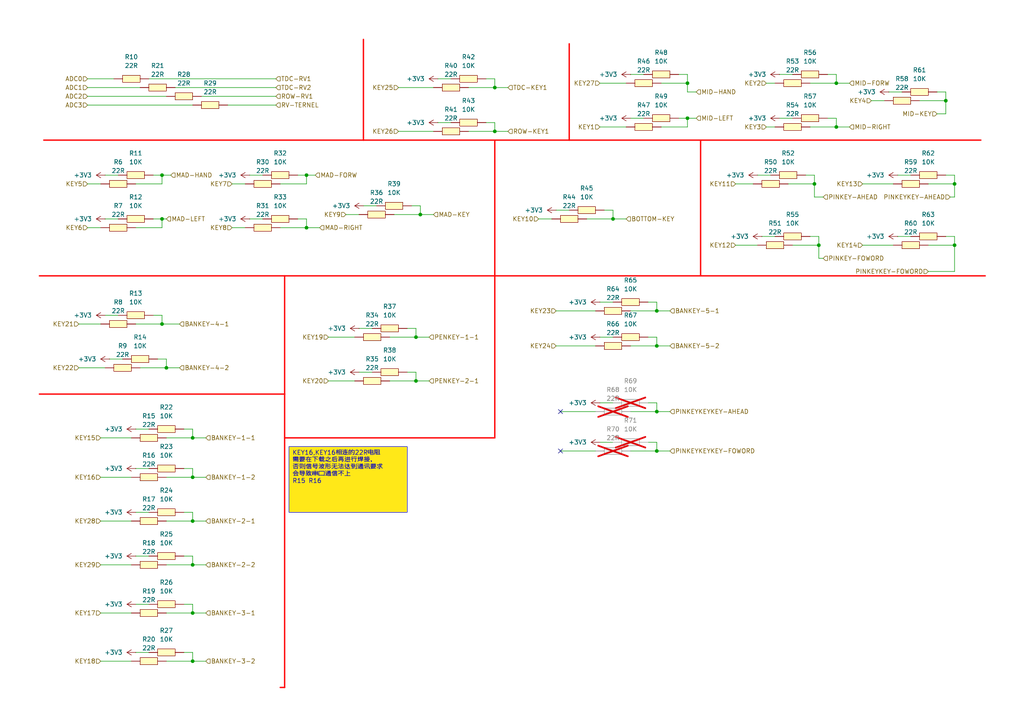
<source format=kicad_sch>
(kicad_sch (version 20231120) (generator "eeschema") (generator_version "8.0")
  (paper "A4")
  (lib_symbols
    (symbol "power:+3V3" (power) (pin_numbers hide) (pin_names (offset 0) hide)
      (property "Value" "+3V3" (at 0 3.556 0))
      (symbol "+3V3_0_1"
        (polyline (pts (xy -0.762 1.27) (xy 0 2.54)))
        (polyline (pts (xy 0 0) (xy 0 2.54)))
        (polyline (pts (xy 0 2.54) (xy 0.762 1.27)))
      )
      (symbol "+3V3_1_1"
        (pin power_in line (at 0 0 90) (length 0) (name "~") (number "1"))
      )
    )
    (symbol "self_no_source:0603R" (pin_numbers hide) (pin_names (offset 1.016) hide)
      (property "Reference" "R" (at -2.54 1.27 0))
      (property "Value" "0603R" (at -3.175 -3.175 0))
      (symbol "0603R_1_1"
        (rectangle (start -2.54 -1.016) (end 2.54 1.016) (fill (type background)))
        (pin passive line (at -5.08 0 0) (length 2.54) (name "1") (number "1"))
        (pin passive line (at 5.08 0 180) (length 2.54) (name "2") (number "2"))
      )
    )
  )
  (junction (at 276.86 53.34))
  (junction (at 55.88 191.77))
  (junction (at 55.88 138.43))
  (junction (at 46.99 63.5))
  (junction (at 120.65 97.79))
  (junction (at 276.86 71.12))
  (junction (at 190.5 90.17))
  (junction (at 46.99 50.8))
  (junction (at 55.88 177.8))
  (junction (at 48.26 106.68))
  (junction (at 120.65 110.49))
  (junction (at 242.57 36.83))
  (junction (at 55.88 127))
  (junction (at 143.51 25.4))
  (junction (at 236.22 53.34))
  (junction (at 121.92 62.23))
  (junction (at 190.5 119.38))
  (junction (at 274.32 29.21))
  (junction (at 88.9 50.8))
  (junction (at 55.88 151.13))
  (junction (at 177.8 63.5))
  (junction (at 242.57 24.13))
  (junction (at 55.88 163.83))
  (junction (at 143.51 38.1))
  (junction (at 237.49 71.12))
  (junction (at 46.99 93.98))
  (junction (at 190.5 100.33))
  (junction (at 199.39 34.29))
  (junction (at 190.5 130.81))
  (junction (at 88.9 66.04))
  (junction (at 199.39 24.13))
  (no_connect (at 162.56 130.81))
  (no_connect (at 162.56 119.38))
  (wire (pts (xy 88.9 66.04) (xy 88.9 63.5)))
  (wire (pts (xy 220.98 68.58) (xy 224.79 68.58)))
  (polyline (pts (xy 165.1 40.64) (xy 284.48 40.64)) (stroke (width 0.4) (color 255 8 10 1)))
  (wire (pts (xy 213.36 53.34) (xy 218.44 53.34)))
  (wire (pts (xy 276.86 57.15) (xy 275.59 57.15)))
  (wire (pts (xy 46.99 93.98) (xy 46.99 91.44)))
  (wire (pts (xy 48.26 177.8) (xy 55.88 177.8)))
  (wire (pts (xy 190.5 90.17) (xy 190.5 87.63)))
  (wire (pts (xy 55.88 124.46) (xy 53.34 124.46)))
  (wire (pts (xy 161.29 100.33) (xy 172.72 100.33)))
  (wire (pts (xy 30.48 50.8) (xy 34.29 50.8)))
  (wire (pts (xy 276.86 71.12) (xy 276.86 68.58)))
  (wire (pts (xy 170.18 63.5) (xy 177.8 63.5)))
  (wire (pts (xy 228.6 53.34) (xy 236.22 53.34)))
  (wire (pts (xy 182.88 34.29) (xy 186.69 34.29)))
  (wire (pts (xy 172.72 119.38) (xy 162.56 119.38)))
  (polyline (pts (xy 203.2 80.01) (xy 285.75 80.01)) (stroke (width 0.4) (color 255 8 10 1)))
  (wire (pts (xy 66.04 30.48) (xy 80.01 30.48)))
  (wire (pts (xy 143.51 25.4) (xy 147.32 25.4)))
  (wire (pts (xy 120.65 110.49) (xy 120.65 107.95)))
  (wire (pts (xy 236.22 57.15) (xy 236.22 53.34)))
  (wire (pts (xy 39.37 124.46) (xy 43.18 124.46)))
  (wire (pts (xy 43.18 22.86) (xy 80.01 22.86)))
  (wire (pts (xy 39.37 53.34) (xy 46.99 53.34)))
  (wire (pts (xy 226.06 34.29) (xy 229.87 34.29)))
  (wire (pts (xy 55.88 163.83) (xy 55.88 161.29)))
  (wire (pts (xy 127 22.86) (xy 130.81 22.86)))
  (wire (pts (xy 121.92 62.23) (xy 121.92 59.69)))
  (wire (pts (xy 55.88 177.8) (xy 55.88 175.26)))
  (wire (pts (xy 88.9 50.8) (xy 86.36 50.8)))
  (wire (pts (xy 250.19 53.34) (xy 259.08 53.34)))
  (wire (pts (xy 182.88 100.33) (xy 190.5 100.33)))
  (wire (pts (xy 173.99 97.79) (xy 177.8 97.79)))
  (wire (pts (xy 58.42 27.94) (xy 80.01 27.94)))
  (wire (pts (xy 88.9 50.8) (xy 91.44 50.8)))
  (wire (pts (xy 48.26 106.68) (xy 48.26 104.14)))
  (wire (pts (xy 39.37 189.23) (xy 43.18 189.23)))
  (wire (pts (xy 25.4 27.94) (xy 48.26 27.94)))
  (wire (pts (xy 234.95 36.83) (xy 242.57 36.83)))
  (wire (pts (xy 177.8 60.96) (xy 175.26 60.96)))
  (wire (pts (xy 115.57 38.1) (xy 125.73 38.1)))
  (wire (pts (xy 55.88 163.83) (xy 59.69 163.83)))
  (wire (pts (xy 276.86 78.74) (xy 269.24 78.74)))
  (wire (pts (xy 143.51 38.1) (xy 147.32 38.1)))
  (wire (pts (xy 182.88 21.59) (xy 186.69 21.59)))
  (wire (pts (xy 213.36 71.12) (xy 219.71 71.12)))
  (wire (pts (xy 39.37 93.98) (xy 46.99 93.98)))
  (wire (pts (xy 242.57 36.83) (xy 242.57 34.29)))
  (polyline (pts (xy 165.1 12.7) (xy 165.1 40.64)) (stroke (width 0.4) (color 255 8 10 1)))
  (wire (pts (xy 55.88 138.43) (xy 55.88 135.89)))
  (wire (pts (xy 274.32 33.02) (xy 274.32 29.21)))
  (wire (pts (xy 190.5 87.63) (xy 187.96 87.63)))
  (wire (pts (xy 95.25 110.49) (xy 102.87 110.49)))
  (wire (pts (xy 31.75 104.14) (xy 35.56 104.14)))
  (wire (pts (xy 39.37 161.29) (xy 43.18 161.29)))
  (wire (pts (xy 236.22 50.8) (xy 233.68 50.8)))
  (wire (pts (xy 121.92 59.69) (xy 119.38 59.69)))
  (wire (pts (xy 242.57 21.59) (xy 240.03 21.59)))
  (wire (pts (xy 40.64 106.68) (xy 48.26 106.68)))
  (wire (pts (xy 266.7 29.21) (xy 274.32 29.21)))
  (wire (pts (xy 143.51 35.56) (xy 140.97 35.56)))
  (wire (pts (xy 29.21 138.43) (xy 38.1 138.43)))
  (wire (pts (xy 120.65 97.79) (xy 120.65 95.25)))
  (wire (pts (xy 105.41 59.69) (xy 109.22 59.69)))
  (wire (pts (xy 25.4 66.04) (xy 29.21 66.04)))
  (polyline (pts (xy 11.43 114.3) (xy 82.55 114.3)) (stroke (width 0.4) (color 255 8 10 1)))
  (wire (pts (xy 55.88 175.26) (xy 53.34 175.26)))
  (wire (pts (xy 39.37 135.89) (xy 43.18 135.89)))
  (wire (pts (xy 135.89 25.4) (xy 143.51 25.4)))
  (wire (pts (xy 237.49 74.93) (xy 237.49 71.12)))
  (wire (pts (xy 95.25 97.79) (xy 102.87 97.79)))
  (polyline (pts (xy 143.51 40.64) (xy 143.51 80.01)) (stroke (width 0.4) (color 255 8 10 1)))
  (wire (pts (xy 237.49 71.12) (xy 237.49 68.58)))
  (wire (pts (xy 242.57 34.29) (xy 240.03 34.29)))
  (wire (pts (xy 25.4 22.86) (xy 33.02 22.86)))
  (wire (pts (xy 39.37 148.59) (xy 43.18 148.59)))
  (polyline (pts (xy 203.2 80.01) (xy 203.2 40.64)) (stroke (width 0.4) (color 255 8 10 1)))
  (wire (pts (xy 104.14 107.95) (xy 107.95 107.95)))
  (polyline (pts (xy 12.7 40.64) (xy 105.41 40.64)) (stroke (width 0.4) (color 255 8 10 1)))
  (wire (pts (xy 252.73 29.21) (xy 256.54 29.21)))
  (wire (pts (xy 113.03 97.79) (xy 120.65 97.79)))
  (wire (pts (xy 30.48 63.5) (xy 34.29 63.5)))
  (wire (pts (xy 22.86 93.98) (xy 29.21 93.98)))
  (wire (pts (xy 39.37 66.04) (xy 46.99 66.04)))
  (wire (pts (xy 25.4 53.34) (xy 29.21 53.34)))
  (wire (pts (xy 182.88 90.17) (xy 190.5 90.17)))
  (wire (pts (xy 190.5 119.38) (xy 194.31 119.38)))
  (wire (pts (xy 191.77 24.13) (xy 199.39 24.13)))
  (wire (pts (xy 46.99 50.8) (xy 46.99 53.34)))
  (wire (pts (xy 274.32 26.67) (xy 271.78 26.67)))
  (wire (pts (xy 46.99 50.8) (xy 49.53 50.8)))
  (wire (pts (xy 115.57 25.4) (xy 125.73 25.4)))
  (wire (pts (xy 120.65 107.95) (xy 118.11 107.95)))
  (wire (pts (xy 81.28 66.04) (xy 88.9 66.04)))
  (wire (pts (xy 55.88 135.89) (xy 53.34 135.89)))
  (wire (pts (xy 67.31 66.04) (xy 71.12 66.04)))
  (wire (pts (xy 46.99 50.8) (xy 44.45 50.8)))
  (wire (pts (xy 100.33 62.23) (xy 104.14 62.23)))
  (wire (pts (xy 46.99 93.98) (xy 52.07 93.98)))
  (wire (pts (xy 143.51 22.86) (xy 140.97 22.86)))
  (wire (pts (xy 260.35 50.8) (xy 264.16 50.8)))
  (wire (pts (xy 127 35.56) (xy 130.81 35.56)))
  (wire (pts (xy 46.99 66.04) (xy 46.99 63.5)))
  (wire (pts (xy 55.88 161.29) (xy 53.34 161.29)))
  (wire (pts (xy 30.48 91.44) (xy 34.29 91.44)))
  (wire (pts (xy 199.39 34.29) (xy 199.39 36.83)))
  (wire (pts (xy 72.39 50.8) (xy 76.2 50.8)))
  (wire (pts (xy 143.51 38.1) (xy 143.51 35.56)))
  (wire (pts (xy 29.21 163.83) (xy 38.1 163.83)))
  (wire (pts (xy 190.5 100.33) (xy 190.5 97.79)))
  (wire (pts (xy 190.5 130.81) (xy 190.5 128.27)))
  (wire (pts (xy 55.88 191.77) (xy 59.69 191.77)))
  (wire (pts (xy 190.5 128.27) (xy 187.96 128.27)))
  (wire (pts (xy 48.26 151.13) (xy 55.88 151.13)))
  (wire (pts (xy 162.56 130.81) (xy 172.72 130.81)))
  (wire (pts (xy 199.39 34.29) (xy 201.93 34.29)))
  (wire (pts (xy 88.9 50.8) (xy 88.9 53.34)))
  (wire (pts (xy 276.86 50.8) (xy 274.32 50.8)))
  (wire (pts (xy 199.39 34.29) (xy 196.85 34.29)))
  (wire (pts (xy 276.86 68.58) (xy 274.32 68.58)))
  (wire (pts (xy 173.99 128.27) (xy 177.8 128.27)))
  (wire (pts (xy 48.26 104.14) (xy 45.72 104.14)))
  (wire (pts (xy 199.39 21.59) (xy 196.85 21.59)))
  (wire (pts (xy 48.26 138.43) (xy 55.88 138.43)))
  (polyline (pts (xy 82.55 127) (xy 143.51 127)) (stroke (width 0.4) (color 255 8 10 1)))
  (wire (pts (xy 237.49 74.93) (xy 238.76 74.93)))
  (wire (pts (xy 48.26 106.68) (xy 52.07 106.68)))
  (wire (pts (xy 199.39 26.67) (xy 201.93 26.67)))
  (polyline (pts (xy 81.28 199.39) (xy 82.55 199.39)) (stroke (width 0.4) (color 255 8 10 1)))
  (wire (pts (xy 173.99 36.83) (xy 181.61 36.83)))
  (polyline (pts (xy 105.41 11.43) (xy 105.41 40.64)) (stroke (width 0.4) (color 255 8 10 1)))
  (wire (pts (xy 72.39 63.5) (xy 76.2 63.5)))
  (wire (pts (xy 190.5 130.81) (xy 194.31 130.81)))
  (wire (pts (xy 55.88 189.23) (xy 53.34 189.23)))
  (wire (pts (xy 173.99 24.13) (xy 181.61 24.13)))
  (wire (pts (xy 48.26 191.77) (xy 55.88 191.77)))
  (wire (pts (xy 238.76 57.15) (xy 236.22 57.15)))
  (wire (pts (xy 120.65 97.79) (xy 124.46 97.79)))
  (wire (pts (xy 173.99 87.63) (xy 177.8 87.63)))
  (wire (pts (xy 257.81 26.67) (xy 261.62 26.67)))
  (wire (pts (xy 260.35 68.58) (xy 264.16 68.58)))
  (wire (pts (xy 46.99 91.44) (xy 44.45 91.44)))
  (wire (pts (xy 234.95 24.13) (xy 242.57 24.13)))
  (wire (pts (xy 199.39 26.67) (xy 199.39 24.13)))
  (wire (pts (xy 48.26 163.83) (xy 55.88 163.83)))
  (wire (pts (xy 113.03 110.49) (xy 120.65 110.49)))
  (wire (pts (xy 222.25 36.83) (xy 224.79 36.83)))
  (wire (pts (xy 236.22 53.34) (xy 236.22 50.8)))
  (wire (pts (xy 135.89 38.1) (xy 143.51 38.1)))
  (wire (pts (xy 269.24 71.12) (xy 276.86 71.12)))
  (wire (pts (xy 190.5 119.38) (xy 190.5 116.84)))
  (polyline (pts (xy 143.51 80.01) (xy 203.2 80.01)) (stroke (width 0.4) (color 255 8 10 1)))
  (polyline (pts (xy 11.43 80.01) (xy 143.51 80.01)) (stroke (width 0.4) (color 255 8 10 1)))
  (wire (pts (xy 242.57 36.83) (xy 246.38 36.83)))
  (wire (pts (xy 191.77 36.83) (xy 199.39 36.83)))
  (wire (pts (xy 81.28 53.34) (xy 88.9 53.34)))
  (wire (pts (xy 156.21 63.5) (xy 160.02 63.5)))
  (wire (pts (xy 114.3 62.23) (xy 121.92 62.23)))
  (wire (pts (xy 67.31 53.34) (xy 71.12 53.34)))
  (wire (pts (xy 55.88 127) (xy 55.88 124.46)))
  (wire (pts (xy 269.24 53.34) (xy 276.86 53.34)))
  (polyline (pts (xy 82.55 114.3) (xy 82.55 199.39)) (stroke (width 0.4) (color 255 8 10 1)))
  (wire (pts (xy 22.86 106.68) (xy 30.48 106.68)))
  (wire (pts (xy 274.32 29.21) (xy 274.32 26.67)))
  (wire (pts (xy 55.88 151.13) (xy 59.69 151.13)))
  (wire (pts (xy 242.57 24.13) (xy 246.38 24.13)))
  (wire (pts (xy 121.92 62.23) (xy 125.73 62.23)))
  (wire (pts (xy 250.19 71.12) (xy 259.08 71.12)))
  (wire (pts (xy 88.9 66.04) (xy 92.71 66.04)))
  (wire (pts (xy 161.29 90.17) (xy 172.72 90.17)))
  (wire (pts (xy 182.88 130.81) (xy 190.5 130.81)))
  (wire (pts (xy 276.86 57.15) (xy 276.86 53.34)))
  (wire (pts (xy 274.32 33.02) (xy 271.78 33.02)))
  (wire (pts (xy 55.88 191.77) (xy 55.88 189.23)))
  (wire (pts (xy 29.21 191.77) (xy 38.1 191.77)))
  (polyline (pts (xy 105.41 40.64) (xy 165.1 40.64)) (stroke (width 0.4) (color 255 8 10 1)))
  (wire (pts (xy 242.57 24.13) (xy 242.57 21.59)))
  (wire (pts (xy 55.88 148.59) (xy 53.34 148.59)))
  (wire (pts (xy 120.65 95.25) (xy 118.11 95.25)))
  (wire (pts (xy 29.21 151.13) (xy 38.1 151.13)))
  (wire (pts (xy 219.71 50.8) (xy 223.52 50.8)))
  (wire (pts (xy 222.25 24.13) (xy 224.79 24.13)))
  (wire (pts (xy 226.06 21.59) (xy 229.87 21.59)))
  (wire (pts (xy 182.88 119.38) (xy 190.5 119.38)))
  (wire (pts (xy 50.8 25.4) (xy 80.01 25.4)))
  (wire (pts (xy 29.21 177.8) (xy 38.1 177.8)))
  (wire (pts (xy 48.26 127) (xy 55.88 127)))
  (polyline (pts (xy 82.55 80.01) (xy 82.55 114.3)) (stroke (width 0.4) (color 255 8 10 1)))
  (wire (pts (xy 39.37 175.26) (xy 43.18 175.26)))
  (wire (pts (xy 237.49 68.58) (xy 234.95 68.58)))
  (wire (pts (xy 276.86 53.34) (xy 276.86 50.8)))
  (wire (pts (xy 143.51 25.4) (xy 143.51 22.86)))
  (wire (pts (xy 276.86 78.74) (xy 276.86 71.12)))
  (wire (pts (xy 173.99 116.84) (xy 177.8 116.84)))
  (wire (pts (xy 190.5 97.79) (xy 187.96 97.79)))
  (wire (pts (xy 177.8 63.5) (xy 177.8 60.96)))
  (wire (pts (xy 55.88 177.8) (xy 59.69 177.8)))
  (wire (pts (xy 46.99 63.5) (xy 44.45 63.5)))
  (wire (pts (xy 190.5 116.84) (xy 187.96 116.84)))
  (polyline (pts (xy 143.51 127) (xy 143.51 80.01)) (stroke (width 0.4) (color 255 8 10 1)))
  (wire (pts (xy 29.21 127) (xy 38.1 127)))
  (wire (pts (xy 229.87 71.12) (xy 237.49 71.12)))
  (wire (pts (xy 199.39 24.13) (xy 199.39 21.59)))
  (wire (pts (xy 120.65 110.49) (xy 124.46 110.49)))
  (wire (pts (xy 161.29 60.96) (xy 165.1 60.96)))
  (wire (pts (xy 55.88 127) (xy 59.69 127)))
  (wire (pts (xy 55.88 138.43) (xy 59.69 138.43)))
  (wire (pts (xy 177.8 63.5) (xy 181.61 63.5)))
  (wire (pts (xy 190.5 100.33) (xy 194.31 100.33)))
  (wire (pts (xy 46.99 63.5) (xy 48.26 63.5)))
  (wire (pts (xy 25.4 30.48) (xy 55.88 30.48)))
  (wire (pts (xy 55.88 151.13) (xy 55.88 148.59)))
  (wire (pts (xy 88.9 63.5) (xy 86.36 63.5)))
  (wire (pts (xy 104.14 95.25) (xy 107.95 95.25)))
  (wire (pts (xy 25.4 25.4) (xy 40.64 25.4)))
  (wire (pts (xy 190.5 90.17) (xy 194.31 90.17)))
  (text_box "KEY16,KEY16相连的22R电阻\n需要在下载之后再进行焊接，\n否则信号波形无法达到通讯要求\n会导致串口通信不上\nR15 R16" (at 83.82 129.54 0) (size 34.29 19.05) (fill (type color) (color 255 232 24 1)) (effects (font (size 1.27 1.27)) (justify left top)))
  (hierarchical_label "MID-HAND" (shape input) (at 201.93 26.67 0))
  (hierarchical_label "KEY19" (shape input) (at 95.25 97.79 180))
  (hierarchical_label "MID-FORW" (shape input) (at 246.38 24.13 0))
  (hierarchical_label "KEY7" (shape input) (at 67.31 53.34 180))
  (hierarchical_label "KEY29" (shape input) (at 29.21 163.83 180))
  (hierarchical_label "KEY1" (shape input) (at 173.99 36.83 180))
  (hierarchical_label "PINKEYKEY-FOWORD" (shape input) (at 269.24 78.74 180))
  (hierarchical_label "KEY14" (shape input) (at 250.19 71.12 180))
  (hierarchical_label "MAD-KEY" (shape input) (at 125.73 62.23 0))
  (hierarchical_label "TDC-RV2" (shape input) (at 80.01 25.4 0))
  (hierarchical_label "KEY24" (shape input) (at 161.29 100.33 180))
  (hierarchical_label "KEY17" (shape input) (at 29.21 177.8 180))
  (hierarchical_label "PINKEY-AHEAD" (shape input) (at 238.76 57.15 0))
  (hierarchical_label "ROW-KEY1" (shape input) (at 147.32 38.1 0))
  (hierarchical_label "BANKEY-1-1" (shape input) (at 59.69 127 0))
  (hierarchical_label "BANKEY-2-1" (shape input) (at 59.69 151.13 0))
  (hierarchical_label "MAD-LEFT" (shape input) (at 48.26 63.5 0))
  (hierarchical_label "BANKEY-4-1" (shape input) (at 52.07 93.98 0))
  (hierarchical_label "BANKEY-5-1" (shape input) (at 194.31 90.17 0))
  (hierarchical_label "MAD-HAND" (shape input) (at 49.53 50.8 0))
  (hierarchical_label "ADC2" (shape input) (at 25.4 27.94 180))
  (hierarchical_label "BANKEY-3-2" (shape input) (at 59.69 191.77 0))
  (hierarchical_label "KEY9" (shape input) (at 100.33 62.23 180))
  (hierarchical_label "KEY2" (shape input) (at 222.25 24.13 180))
  (hierarchical_label "KEY21" (shape input) (at 22.86 93.98 180))
  (hierarchical_label "KEY3" (shape input) (at 222.25 36.83 180))
  (hierarchical_label "BANKEY-5-2" (shape input) (at 194.31 100.33 0))
  (hierarchical_label "KEY12" (shape input) (at 213.36 71.12 180))
  (hierarchical_label "BOTTOM-KEY" (shape input) (at 181.61 63.5 0))
  (hierarchical_label "KEY5" (shape input) (at 25.4 53.34 180))
  (hierarchical_label "RV-TERNEL" (shape input) (at 80.01 30.48 0))
  (hierarchical_label "KEY11" (shape input) (at 213.36 53.34 180))
  (hierarchical_label "TDC-KEY1" (shape input) (at 147.32 25.4 0))
  (hierarchical_label "KEY20" (shape input) (at 95.25 110.49 180))
  (hierarchical_label "MID-RIGHT" (shape input) (at 246.38 36.83 0))
  (hierarchical_label "BANKEY-3-1" (shape input) (at 59.69 177.8 0))
  (hierarchical_label "KEY10" (shape input) (at 156.21 63.5 180))
  (hierarchical_label "PENKEY-2-1" (shape input) (at 124.46 110.49 0))
  (hierarchical_label "KEY18" (shape input) (at 29.21 191.77 180))
  (hierarchical_label "KEY16" (shape input) (at 29.21 138.43 180))
  (hierarchical_label "PENKEY-1-1" (shape input) (at 124.46 97.79 0))
  (hierarchical_label "ADC1" (shape input) (at 25.4 25.4 180))
  (hierarchical_label "KEY27" (shape input) (at 173.99 24.13 180))
  (hierarchical_label "TDC-RV1" (shape input) (at 80.01 22.86 0))
  (hierarchical_label "BANKEY-4-2" (shape input) (at 52.07 106.68 0))
  (hierarchical_label "KEY23" (shape input) (at 161.29 90.17 180))
  (hierarchical_label "KEY25" (shape input) (at 115.57 25.4 180))
  (hierarchical_label "MID-KEY" (shape input) (at 271.78 33.02 180))
  (hierarchical_label "KEY13" (shape input) (at 250.19 53.34 180))
  (hierarchical_label "KEY6" (shape input) (at 25.4 66.04 180))
  (hierarchical_label "MAD-RIGHT" (shape input) (at 92.71 66.04 0))
  (hierarchical_label "KEY4" (shape input) (at 252.73 29.21 180))
  (hierarchical_label "PINKEY-FOWORD" (shape input) (at 238.76 74.93 0))
  (hierarchical_label "ADC0" (shape input) (at 25.4 22.86 180))
  (hierarchical_label "KEY28" (shape input) (at 29.21 151.13 180))
  (hierarchical_label "PINKEYKEY-AHEAD" (shape input) (at 275.59 57.15 180))
  (hierarchical_label "ROW-RV1" (shape input) (at 80.01 27.94 0))
  (hierarchical_label "KEY8" (shape input) (at 67.31 66.04 180))
  (hierarchical_label "MAD-FORW" (shape input) (at 91.44 50.8 0))
  (hierarchical_label "PINKEYKEYKEY-FOWORD" (shape input) (at 194.31 130.81 0))
  (hierarchical_label "MID-LEFT" (shape input) (at 201.93 34.29 0))
  (hierarchical_label "KEY15" (shape input) (at 29.21 127 180))
  (hierarchical_label "PINKEYKEYKEY-AHEAD" (shape input) (at 194.31 119.38 0))
  (hierarchical_label "BANKEY-2-2" (shape input) (at 59.69 163.83 0))
  (hierarchical_label "KEY26" (shape input) (at 115.57 38.1 180))
  (hierarchical_label "BANKEY-1-2" (shape input) (at 59.69 138.43 0))
  (hierarchical_label "KEY22" (shape input) (at 22.86 106.68 180))
  (hierarchical_label "ADC3" (shape input) (at 25.4 30.48 180))
  (symbol (lib_id "self_no_source:0603R") (at 264.16 71.12 0) (unit 1)
    (property "Reference" "R60" (at 264.16 64.77 0))
    (property "Value" "22R" (at 264.16 67.31 0))
    (property "Footprint" "self-mod:0603_R" (effects (hide yes)))
    (property "Datasheet" "http://www.szlcsc.com/product/details_21903.html" (effects (hide yes)))
    (property "Description" "RES" (effects (hide yes)))
  )
  (symbol (lib_id "self_no_source:0603R") (at 186.69 36.83 0) (unit 1)
    (property "Reference" "R47" (at 186.69 30.48 0))
    (property "Value" "22R" (at 186.69 33.02 0))
    (property "Footprint" "self-mod:0603_R" (effects (hide yes)))
    (property "Datasheet" "http://www.szlcsc.com/product/details_21903.html" (effects (hide yes)))
    (property "Description" "RES" (effects (hide yes)))
  )
  (symbol (lib_id "self_no_source:0603R") (at 229.87 36.83 0) (unit 1)
    (property "Reference" "R54" (at 229.87 30.48 0))
    (property "Value" "22R" (at 229.87 33.02 0))
    (property "Footprint" "self-mod:0603_R" (effects (hide yes)))
    (property "Datasheet" "http://www.szlcsc.com/product/details_21903.html" (effects (hide yes)))
    (property "Description" "RES" (effects (hide yes)))
  )
  (symbol (lib_id "power:+3V3") (at 182.88 34.29 90) (unit 1)
    (property "Reference" "#PWR069" (effects (hide yes)))
    (property "Value" "+3V3" (at 179.07 34.2899 90) (effects (justify left)))
    (property "Description" "Power symbol creates a global label with name \"+3V3\"" (effects (hide yes)))
  )
  (symbol (lib_id "self_no_source:0603R") (at 43.18 127 0) (unit 1)
    (property "Reference" "R15" (at 43.18 120.65 0))
    (property "Value" "22R" (at 43.18 123.19 0))
    (property "Footprint" "self-mod:0603_R" (effects (hide yes)))
    (property "Datasheet" "http://www.szlcsc.com/product/details_21903.html" (effects (hide yes)))
    (property "Description" "RES" (effects (hide yes)))
  )
  (symbol (lib_id "self_no_source:0603R") (at 39.37 63.5 0) (unit 1)
    (property "Reference" "R12" (at 39.37 57.15 0))
    (property "Value" "10K" (at 39.37 59.69 0))
    (property "Footprint" "self-mod:0603_R" (effects (hide yes)))
    (property "Datasheet" "http://www.szlcsc.com/product/details_21903.html" (effects (hide yes)))
    (property "Description" "RES" (effects (hide yes)))
  )
  (symbol (lib_id "power:+3V3") (at 173.99 128.27 90) (unit 1)
    (property "Reference" "#PWR080" (effects (hide yes)))
    (property "Value" "+3V3" (at 170.18 128.2699 90) (effects (justify left)))
    (property "Description" "Power symbol creates a global label with name \"+3V3\"" (effects (hide yes)))
  )
  (symbol (lib_id "power:+3V3") (at 226.06 34.29 90) (unit 1)
    (property "Reference" "#PWR073" (effects (hide yes)))
    (property "Value" "+3V3" (at 222.25 34.2899 90) (effects (justify left)))
    (property "Description" "Power symbol creates a global label with name \"+3V3\"" (effects (hide yes)))
  )
  (symbol (lib_id "self_no_source:0603R") (at 107.95 97.79 0) (unit 1)
    (property "Reference" "R34" (at 107.95 91.44 0))
    (property "Value" "22R" (at 107.95 93.98 0))
    (property "Footprint" "self-mod:0603_R" (effects (hide yes)))
    (property "Datasheet" "http://www.szlcsc.com/product/details_21903.html" (effects (hide yes)))
    (property "Description" "RES" (effects (hide yes)))
  )
  (symbol (lib_id "self_no_source:0603R") (at 113.03 107.95 0) (unit 1)
    (property "Reference" "R38" (at 113.03 101.6 0))
    (property "Value" "10K" (at 113.03 104.14 0))
    (property "Footprint" "self-mod:0603_R" (effects (hide yes)))
    (property "Datasheet" "http://www.szlcsc.com/product/details_21903.html" (effects (hide yes)))
    (property "Description" "RES" (effects (hide yes)))
  )
  (symbol (lib_id "self_no_source:0603R") (at 53.34 27.94 180) (unit 1)
    (property "Reference" "R28" (at 53.34 21.59 0))
    (property "Value" "22R" (at 53.34 24.13 0))
    (property "Footprint" "self-mod:0603_R" (effects (hide yes)))
    (property "Datasheet" "http://www.szlcsc.com/product/details_21903.html" (effects (hide yes)))
    (property "Description" "RES" (effects (hide yes)))
  )
  (symbol (lib_id "self_no_source:0603R") (at 109.22 62.23 0) (unit 1)
    (property "Reference" "R36" (at 109.22 55.88 0))
    (property "Value" "22R" (at 109.22 58.42 0))
    (property "Footprint" "self-mod:0603_R" (effects (hide yes)))
    (property "Datasheet" "http://www.szlcsc.com/product/details_21903.html" (effects (hide yes)))
    (property "Description" "RES" (effects (hide yes)))
  )
  (symbol (lib_id "self_no_source:0603R") (at 34.29 53.34 0) (unit 1)
    (property "Reference" "R6" (at 34.29 46.99 0))
    (property "Value" "22R" (at 34.29 49.53 0))
    (property "Footprint" "self-mod:0603_R" (effects (hide yes)))
    (property "Datasheet" "http://www.szlcsc.com/product/details_21903.html" (effects (hide yes)))
    (property "Description" "RES" (effects (hide yes)))
  )
  (symbol (lib_id "self_no_source:0603R") (at 182.88 128.27 0) (unit 1) (in_bom no) (dnp yes)
    (property "Reference" "R71" (at 182.88 121.92 0))
    (property "Value" "10K" (at 182.88 124.46 0))
    (property "Footprint" "self-mod:0603_R" (effects (hide yes)))
    (property "Datasheet" "http://www.szlcsc.com/product/details_21903.html" (effects (hide yes)))
    (property "Description" "RES" (effects (hide yes)))
  )
  (symbol (lib_id "power:+3V3") (at 219.71 50.8 90) (unit 1)
    (property "Reference" "#PWR070" (effects (hide yes)))
    (property "Value" "+3V3" (at 215.9 50.7999 90) (effects (justify left)))
    (property "Description" "Power symbol creates a global label with name \"+3V3\"" (effects (hide yes)))
  )
  (symbol (lib_id "self_no_source:0603R") (at 266.7 26.67 0) (unit 1)
    (property "Reference" "R61" (at 266.7 20.32 0))
    (property "Value" "10K" (at 266.7 22.86 0))
    (property "Footprint" "self-mod:0603_R" (effects (hide yes)))
    (property "Datasheet" "http://www.szlcsc.com/product/details_21903.html" (effects (hide yes)))
    (property "Description" "RES" (effects (hide yes)))
  )
  (symbol (lib_id "self_no_source:0603R") (at 165.1 63.5 0) (unit 1)
    (property "Reference" "R44" (at 165.1 57.15 0))
    (property "Value" "22R" (at 165.1 59.69 0))
    (property "Footprint" "self-mod:0603_R" (effects (hide yes)))
    (property "Datasheet" "http://www.szlcsc.com/product/details_21903.html" (effects (hide yes)))
    (property "Description" "RES" (effects (hide yes)))
  )
  (symbol (lib_id "power:+3V3") (at 173.99 87.63 90) (unit 1)
    (property "Reference" "#PWR077" (effects (hide yes)))
    (property "Value" "+3V3" (at 170.18 87.6299 90) (effects (justify left)))
    (property "Description" "Power symbol creates a global label with name \"+3V3\"" (effects (hide yes)))
  )
  (symbol (lib_id "self_no_source:0603R") (at 228.6 50.8 0) (unit 1)
    (property "Reference" "R52" (at 228.6 44.45 0))
    (property "Value" "10K" (at 228.6 46.99 0))
    (property "Footprint" "self-mod:0603_R" (effects (hide yes)))
    (property "Datasheet" "http://www.szlcsc.com/product/details_21903.html" (effects (hide yes)))
    (property "Description" "RES" (effects (hide yes)))
  )
  (symbol (lib_id "power:+3V3") (at 30.48 50.8 90) (unit 1)
    (property "Reference" "#PWR050" (effects (hide yes)))
    (property "Value" "+3V3" (at 26.67 50.7999 90) (effects (justify left)))
    (property "Description" "Power symbol creates a global label with name \"+3V3\"" (effects (hide yes)))
  )
  (symbol (lib_id "power:+3V3") (at 39.37 124.46 90) (unit 1)
    (property "Reference" "#PWR054" (effects (hide yes)))
    (property "Value" "+3V3" (at 35.56 124.4599 90) (effects (justify left)))
    (property "Description" "Power symbol creates a global label with name \"+3V3\"" (effects (hide yes)))
  )
  (symbol (lib_id "self_no_source:0603R") (at 43.18 191.77 0) (unit 1)
    (property "Reference" "R20" (at 43.18 185.42 0))
    (property "Value" "22R" (at 43.18 187.96 0))
    (property "Footprint" "self-mod:0603_R" (effects (hide yes)))
    (property "Datasheet" "http://www.szlcsc.com/product/details_21903.html" (effects (hide yes)))
    (property "Description" "RES" (effects (hide yes)))
  )
  (symbol (lib_id "power:+3V3") (at 72.39 50.8 90) (unit 1)
    (property "Reference" "#PWR060" (effects (hide yes)))
    (property "Value" "+3V3" (at 68.58 50.7999 90) (effects (justify left)))
    (property "Description" "Power symbol creates a global label with name \"+3V3\"" (effects (hide yes)))
  )
  (symbol (lib_id "self_no_source:0603R") (at 34.29 66.04 0) (unit 1)
    (property "Reference" "R7" (at 34.29 59.69 0))
    (property "Value" "22R" (at 34.29 62.23 0))
    (property "Footprint" "self-mod:0603_R" (effects (hide yes)))
    (property "Datasheet" "http://www.szlcsc.com/product/details_21903.html" (effects (hide yes)))
    (property "Description" "RES" (effects (hide yes)))
  )
  (symbol (lib_id "self_no_source:0603R") (at 224.79 71.12 0) (unit 1)
    (property "Reference" "R51" (at 224.79 64.77 0))
    (property "Value" "22R" (at 224.79 67.31 0))
    (property "Footprint" "self-mod:0603_R" (effects (hide yes)))
    (property "Datasheet" "http://www.szlcsc.com/product/details_21903.html" (effects (hide yes)))
    (property "Description" "RES" (effects (hide yes)))
  )
  (symbol (lib_id "power:+3V3") (at 30.48 91.44 90) (unit 1)
    (property "Reference" "#PWR052" (effects (hide yes)))
    (property "Value" "+3V3" (at 26.67 91.4399 90) (effects (justify left)))
    (property "Description" "Power symbol creates a global label with name \"+3V3\"" (effects (hide yes)))
  )
  (symbol (lib_id "self_no_source:0603R") (at 48.26 148.59 0) (unit 1)
    (property "Reference" "R24" (at 48.26 142.24 0))
    (property "Value" "10K" (at 48.26 144.78 0))
    (property "Footprint" "self-mod:0603_R" (effects (hide yes)))
    (property "Datasheet" "http://www.szlcsc.com/product/details_21903.html" (effects (hide yes)))
    (property "Description" "RES" (effects (hide yes)))
  )
  (symbol (lib_id "self_no_source:0603R") (at 177.8 90.17 0) (unit 1)
    (property "Reference" "R64" (at 177.8 83.82 0))
    (property "Value" "22R" (at 177.8 86.36 0))
    (property "Footprint" "self-mod:0603_R" (effects (hide yes)))
    (property "Datasheet" "http://www.szlcsc.com/product/details_21903.html" (effects (hide yes)))
    (property "Description" "RES" (effects (hide yes)))
  )
  (symbol (lib_id "power:+3V3") (at 173.99 97.79 90) (unit 1)
    (property "Reference" "#PWR078" (effects (hide yes)))
    (property "Value" "+3V3" (at 170.18 97.7899 90) (effects (justify left)))
    (property "Description" "Power symbol creates a global label with name \"+3V3\"" (effects (hide yes)))
  )
  (symbol (lib_id "self_no_source:0603R") (at 48.26 124.46 0) (unit 1)
    (property "Reference" "R22" (at 48.26 118.11 0))
    (property "Value" "10K" (at 48.26 120.65 0))
    (property "Footprint" "self-mod:0603_R" (effects (hide yes)))
    (property "Datasheet" "http://www.szlcsc.com/product/details_21903.html" (effects (hide yes)))
    (property "Description" "RES" (effects (hide yes)))
  )
  (symbol (lib_id "self_no_source:0603R") (at 229.87 68.58 0) (unit 1)
    (property "Reference" "R55" (at 229.87 62.23 0))
    (property "Value" "10K" (at 229.87 64.77 0))
    (property "Footprint" "self-mod:0603_R" (effects (hide yes)))
    (property "Datasheet" "http://www.szlcsc.com/product/details_21903.html" (effects (hide yes)))
    (property "Description" "RES" (effects (hide yes)))
  )
  (symbol (lib_id "self_no_source:0603R") (at 81.28 63.5 0) (unit 1)
    (property "Reference" "R33" (at 81.28 57.15 0))
    (property "Value" "10K" (at 81.28 59.69 0))
    (property "Footprint" "self-mod:0603_R" (effects (hide yes)))
    (property "Datasheet" "http://www.szlcsc.com/product/details_21903.html" (effects (hide yes)))
    (property "Description" "RES" (effects (hide yes)))
  )
  (symbol (lib_id "self_no_source:0603R") (at 223.52 53.34 0) (unit 1)
    (property "Reference" "R50" (at 223.52 46.99 0))
    (property "Value" "22R" (at 223.52 49.53 0))
    (property "Footprint" "self-mod:0603_R" (effects (hide yes)))
    (property "Datasheet" "http://www.szlcsc.com/product/details_21903.html" (effects (hide yes)))
    (property "Description" "RES" (effects (hide yes)))
  )
  (symbol (lib_id "self_no_source:0603R") (at 48.26 161.29 0) (unit 1)
    (property "Reference" "R25" (at 48.26 154.94 0))
    (property "Value" "10K" (at 48.26 157.48 0))
    (property "Footprint" "self-mod:0603_R" (effects (hide yes)))
    (property "Datasheet" "http://www.szlcsc.com/product/details_21903.html" (effects (hide yes)))
    (property "Description" "RES" (effects (hide yes)))
  )
  (symbol (lib_id "self_no_source:0603R") (at 81.28 50.8 0) (unit 1)
    (property "Reference" "R32" (at 81.28 44.45 0))
    (property "Value" "10K" (at 81.28 46.99 0))
    (property "Footprint" "self-mod:0603_R" (effects (hide yes)))
    (property "Datasheet" "http://www.szlcsc.com/product/details_21903.html" (effects (hide yes)))
    (property "Description" "RES" (effects (hide yes)))
  )
  (symbol (lib_id "power:+3V3") (at 257.81 26.67 90) (unit 1)
    (property "Reference" "#PWR074" (effects (hide yes)))
    (property "Value" "+3V3" (at 254 26.6699 90) (effects (justify left)))
    (property "Description" "Power symbol creates a global label with name \"+3V3\"" (effects (hide yes)))
  )
  (symbol (lib_id "self_no_source:0603R") (at 40.64 104.14 0) (unit 1)
    (property "Reference" "R14" (at 40.64 97.79 0))
    (property "Value" "10K" (at 40.64 100.33 0))
    (property "Footprint" "self-mod:0603_R" (effects (hide yes)))
    (property "Datasheet" "http://www.szlcsc.com/product/details_21903.html" (effects (hide yes)))
    (property "Description" "RES" (effects (hide yes)))
  )
  (symbol (lib_id "power:+3V3") (at 104.14 107.95 90) (unit 1)
    (property "Reference" "#PWR063" (effects (hide yes)))
    (property "Value" "+3V3" (at 100.33 107.9499 90) (effects (justify left)))
    (property "Description" "Power symbol creates a global label with name \"+3V3\"" (effects (hide yes)))
  )
  (symbol (lib_id "power:+3V3") (at 39.37 189.23 90) (unit 1)
    (property "Reference" "#PWR059" (effects (hide yes)))
    (property "Value" "+3V3" (at 35.56 189.2299 90) (effects (justify left)))
    (property "Description" "Power symbol creates a global label with name \"+3V3\"" (effects (hide yes)))
  )
  (symbol (lib_id "self_no_source:0603R") (at 182.88 97.79 0) (unit 1)
    (property "Reference" "R67" (at 182.88 91.44 0))
    (property "Value" "10K" (at 182.88 93.98 0))
    (property "Footprint" "self-mod:0603_R" (effects (hide yes)))
    (property "Datasheet" "http://www.szlcsc.com/product/details_21903.html" (effects (hide yes)))
    (property "Description" "RES" (effects (hide yes)))
  )
  (symbol (lib_id "self_no_source:0603R") (at 43.18 177.8 0) (unit 1)
    (property "Reference" "R19" (at 43.18 171.45 0))
    (property "Value" "22R" (at 43.18 173.99 0))
    (property "Footprint" "self-mod:0603_R" (effects (hide yes)))
    (property "Datasheet" "http://www.szlcsc.com/product/details_21903.html" (effects (hide yes)))
    (property "Description" "RES" (effects (hide yes)))
  )
  (symbol (lib_id "power:+3V3") (at 105.41 59.69 90) (unit 1)
    (property "Reference" "#PWR064" (effects (hide yes)))
    (property "Value" "+3V3" (at 101.6 59.6899 90) (effects (justify left)))
    (property "Description" "Power symbol creates a global label with name \"+3V3\"" (effects (hide yes)))
  )
  (symbol (lib_id "self_no_source:0603R") (at 191.77 34.29 0) (unit 1)
    (property "Reference" "R49" (at 191.77 27.94 0))
    (property "Value" "10K" (at 191.77 30.48 0))
    (property "Footprint" "self-mod:0603_R" (effects (hide yes)))
    (property "Datasheet" "http://www.szlcsc.com/product/details_21903.html" (effects (hide yes)))
    (property "Description" "RES" (effects (hide yes)))
  )
  (symbol (lib_id "power:+3V3") (at 182.88 21.59 90) (unit 1)
    (property "Reference" "#PWR068" (effects (hide yes)))
    (property "Value" "+3V3" (at 179.07 21.5899 90) (effects (justify left)))
    (property "Description" "Power symbol creates a global label with name \"+3V3\"" (effects (hide yes)))
  )
  (symbol (lib_id "self_no_source:0603R") (at 177.8 130.81 0) (unit 1) (in_bom no) (dnp yes)
    (property "Reference" "R70" (at 177.8 124.46 0))
    (property "Value" "22R" (at 177.8 127 0))
    (property "Footprint" "self-mod:0603_R" (effects (hide yes)))
    (property "Datasheet" "http://www.szlcsc.com/product/details_21903.html" (effects (hide yes)))
    (property "Description" "RES" (effects (hide yes)))
  )
  (symbol (lib_id "self_no_source:0603R") (at 269.24 68.58 0) (unit 1)
    (property "Reference" "R63" (at 269.24 62.23 0))
    (property "Value" "10K" (at 269.24 64.77 0))
    (property "Footprint" "self-mod:0603_R" (effects (hide yes)))
    (property "Datasheet" "http://www.szlcsc.com/product/details_21903.html" (effects (hide yes)))
    (property "Description" "RES" (effects (hide yes)))
  )
  (symbol (lib_id "power:+3V3") (at 104.14 95.25 90) (unit 1)
    (property "Reference" "#PWR062" (effects (hide yes)))
    (property "Value" "+3V3" (at 100.33 95.2499 90) (effects (justify left)))
    (property "Description" "Power symbol creates a global label with name \"+3V3\"" (effects (hide yes)))
  )
  (symbol (lib_id "power:+3V3") (at 127 22.86 90) (unit 1)
    (property "Reference" "#PWR065" (effects (hide yes)))
    (property "Value" "+3V3" (at 123.19 22.8599 90) (effects (justify left)))
    (property "Description" "Power symbol creates a global label with name \"+3V3\"" (effects (hide yes)))
  )
  (symbol (lib_id "power:+3V3") (at 161.29 60.96 90) (unit 1)
    (property "Reference" "#PWR067" (effects (hide yes)))
    (property "Value" "+3V3" (at 157.48 60.9599 90) (effects (justify left)))
    (property "Description" "Power symbol creates a global label with name \"+3V3\"" (effects (hide yes)))
  )
  (symbol (lib_id "self_no_source:0603R") (at 177.8 100.33 0) (unit 1)
    (property "Reference" "R66" (at 177.8 93.98 0))
    (property "Value" "22R" (at 177.8 96.52 0))
    (property "Footprint" "self-mod:0603_R" (effects (hide yes)))
    (property "Datasheet" "http://www.szlcsc.com/product/details_21903.html" (effects (hide yes)))
    (property "Description" "RES" (effects (hide yes)))
  )
  (symbol (lib_id "self_no_source:0603R") (at 43.18 151.13 0) (unit 1)
    (property "Reference" "R17" (at 43.18 144.78 0))
    (property "Value" "22R" (at 43.18 147.32 0))
    (property "Footprint" "self-mod:0603_R" (effects (hide yes)))
    (property "Datasheet" "http://www.szlcsc.com/product/details_21903.html" (effects (hide yes)))
    (property "Description" "RES" (effects (hide yes)))
  )
  (symbol (lib_id "self_no_source:0603R") (at 170.18 60.96 0) (unit 1)
    (property "Reference" "R45" (at 170.18 54.61 0))
    (property "Value" "10K" (at 170.18 57.15 0))
    (property "Footprint" "self-mod:0603_R" (effects (hide yes)))
    (property "Datasheet" "http://www.szlcsc.com/product/details_21903.html" (effects (hide yes)))
    (property "Description" "RES" (effects (hide yes)))
  )
  (symbol (lib_id "power:+3V3") (at 39.37 135.89 90) (unit 1)
    (property "Reference" "#PWR055" (effects (hide yes)))
    (property "Value" "+3V3" (at 35.56 135.8899 90) (effects (justify left)))
    (property "Description" "Power symbol creates a global label with name \"+3V3\"" (effects (hide yes)))
  )
  (symbol (lib_id "self_no_source:0603R") (at 48.26 175.26 0) (unit 1)
    (property "Reference" "R26" (at 48.26 168.91 0))
    (property "Value" "10K" (at 48.26 171.45 0))
    (property "Footprint" "self-mod:0603_R" (effects (hide yes)))
    (property "Datasheet" "http://www.szlcsc.com/product/details_21903.html" (effects (hide yes)))
    (property "Description" "RES" (effects (hide yes)))
  )
  (symbol (lib_id "self_no_source:0603R") (at 113.03 95.25 0) (unit 1)
    (property "Reference" "R37" (at 113.03 88.9 0))
    (property "Value" "10K" (at 113.03 91.44 0))
    (property "Footprint" "self-mod:0603_R" (effects (hide yes)))
    (property "Datasheet" "http://www.szlcsc.com/product/details_21903.html" (effects (hide yes)))
    (property "Description" "RES" (effects (hide yes)))
  )
  (symbol (lib_id "self_no_source:0603R") (at 269.24 50.8 0) (unit 1)
    (property "Reference" "R62" (at 269.24 44.45 0))
    (property "Value" "10K" (at 269.24 46.99 0))
    (property "Footprint" "self-mod:0603_R" (effects (hide yes)))
    (property "Datasheet" "http://www.szlcsc.com/product/details_21903.html" (effects (hide yes)))
    (property "Description" "RES" (effects (hide yes)))
  )
  (symbol (lib_id "self_no_source:0603R") (at 182.88 87.63 0) (unit 1)
    (property "Reference" "R65" (at 182.88 81.28 0))
    (property "Value" "10K" (at 182.88 83.82 0))
    (property "Footprint" "self-mod:0603_R" (effects (hide yes)))
    (property "Datasheet" "http://www.szlcsc.com/product/details_21903.html" (effects (hide yes)))
    (property "Description" "RES" (effects (hide yes)))
  )
  (symbol (lib_id "self_no_source:0603R") (at 43.18 163.83 0) (unit 1)
    (property "Reference" "R18" (at 43.18 157.48 0))
    (property "Value" "22R" (at 43.18 160.02 0))
    (property "Footprint" "self-mod:0603_R" (effects (hide yes)))
    (property "Datasheet" "http://www.szlcsc.com/product/details_21903.html" (effects (hide yes)))
    (property "Description" "RES" (effects (hide yes)))
  )
  (symbol (lib_id "self_no_source:0603R") (at 43.18 138.43 0) (unit 1)
    (property "Reference" "R16" (at 43.18 132.08 0))
    (property "Value" "22R" (at 43.18 134.62 0))
    (property "Footprint" "self-mod:0603_R" (effects (hide yes)))
    (property "Datasheet" "http://www.szlcsc.com/product/details_21903.html" (effects (hide yes)))
    (property "Description" "RES" (effects (hide yes)))
  )
  (symbol (lib_id "self_no_source:0603R") (at 177.8 119.38 0) (unit 1) (in_bom no) (dnp yes)
    (property "Reference" "R68" (at 177.8 113.03 0))
    (property "Value" "22R" (at 177.8 115.57 0))
    (property "Footprint" "self-mod:0603_R" (effects (hide yes)))
    (property "Datasheet" "http://www.szlcsc.com/product/details_21903.html" (effects (hide yes)))
    (property "Description" "RES" (effects (hide yes)))
  )
  (symbol (lib_id "self_no_source:0603R") (at 234.95 34.29 0) (unit 1)
    (property "Reference" "R57" (at 234.95 27.94 0))
    (property "Value" "10K" (at 234.95 30.48 0))
    (property "Footprint" "self-mod:0603_R" (effects (hide yes)))
    (property "Datasheet" "http://www.szlcsc.com/product/details_21903.html" (effects (hide yes)))
    (property "Description" "RES" (effects (hide yes)))
  )
  (symbol (lib_id "self_no_source:0603R") (at 234.95 21.59 0) (unit 1)
    (property "Reference" "R56" (at 234.95 15.24 0))
    (property "Value" "10K" (at 234.95 17.78 0))
    (property "Footprint" "self-mod:0603_R" (effects (hide yes)))
    (property "Datasheet" "http://www.szlcsc.com/product/details_21903.html" (effects (hide yes)))
    (property "Description" "RES" (effects (hide yes)))
  )
  (symbol (lib_id "self_no_source:0603R") (at 38.1 22.86 180) (unit 1)
    (property "Reference" "R10" (at 38.1 16.51 0))
    (property "Value" "22R" (at 38.1 19.05 0))
    (property "Footprint" "self-mod:0603_R" (effects (hide yes)))
    (property "Datasheet" "http://www.szlcsc.com/product/details_21903.html" (effects (hide yes)))
    (property "Description" "RES" (effects (hide yes)))
  )
  (symbol (lib_id "self_no_source:0603R") (at 182.88 116.84 0) (unit 1) (in_bom no) (dnp yes)
    (property "Reference" "R69" (at 182.88 110.49 0))
    (property "Value" "10K" (at 182.88 113.03 0))
    (property "Footprint" "self-mod:0603_R" (effects (hide yes)))
    (property "Datasheet" "http://www.szlcsc.com/product/details_21903.html" (effects (hide yes)))
    (property "Description" "RES" (effects (hide yes)))
  )
  (symbol (lib_id "power:+3V3") (at 127 35.56 90) (unit 1)
    (property "Reference" "#PWR066" (effects (hide yes)))
    (property "Value" "+3V3" (at 123.19 35.5599 90) (effects (justify left)))
    (property "Description" "Power symbol creates a global label with name \"+3V3\"" (effects (hide yes)))
  )
  (symbol (lib_id "power:+3V3") (at 260.35 68.58 90) (unit 1)
    (property "Reference" "#PWR076" (effects (hide yes)))
    (property "Value" "+3V3" (at 256.54 68.5799 90) (effects (justify left)))
    (property "Description" "Power symbol creates a global label with name \"+3V3\"" (effects (hide yes)))
  )
  (symbol (lib_id "self_no_source:0603R") (at 191.77 21.59 0) (unit 1)
    (property "Reference" "R48" (at 191.77 15.24 0))
    (property "Value" "10K" (at 191.77 17.78 0))
    (property "Footprint" "self-mod:0603_R" (effects (hide yes)))
    (property "Datasheet" "http://www.szlcsc.com/product/details_21903.html" (effects (hide yes)))
    (property "Description" "RES" (effects (hide yes)))
  )
  (symbol (lib_id "power:+3V3") (at 31.75 104.14 90) (unit 1)
    (property "Reference" "#PWR053" (effects (hide yes)))
    (property "Value" "+3V3" (at 27.94 104.1399 90) (effects (justify left)))
    (property "Description" "Power symbol creates a global label with name \"+3V3\"" (effects (hide yes)))
  )
  (symbol (lib_id "self_no_source:0603R") (at 39.37 50.8 0) (unit 1)
    (property "Reference" "R11" (at 39.37 44.45 0))
    (property "Value" "10K" (at 39.37 46.99 0))
    (property "Footprint" "self-mod:0603_R" (effects (hide yes)))
    (property "Datasheet" "http://www.szlcsc.com/product/details_21903.html" (effects (hide yes)))
    (property "Description" "RES" (effects (hide yes)))
  )
  (symbol (lib_id "power:+3V3") (at 39.37 161.29 90) (unit 1)
    (property "Reference" "#PWR057" (effects (hide yes)))
    (property "Value" "+3V3" (at 35.56 161.2899 90) (effects (justify left)))
    (property "Description" "Power symbol creates a global label with name \"+3V3\"" (effects (hide yes)))
  )
  (symbol (lib_id "power:+3V3") (at 260.35 50.8 90) (unit 1)
    (property "Reference" "#PWR075" (effects (hide yes)))
    (property "Value" "+3V3" (at 256.54 50.7999 90) (effects (justify left)))
    (property "Description" "Power symbol creates a global label with name \"+3V3\"" (effects (hide yes)))
  )
  (symbol (lib_id "self_no_source:0603R") (at 186.69 24.13 0) (unit 1)
    (property "Reference" "R46" (at 186.69 17.78 0))
    (property "Value" "22R" (at 186.69 20.32 0))
    (property "Footprint" "self-mod:0603_R" (effects (hide yes)))
    (property "Datasheet" "http://www.szlcsc.com/product/details_21903.html" (effects (hide yes)))
    (property "Description" "RES" (effects (hide yes)))
  )
  (symbol (lib_id "power:+3V3") (at 72.39 63.5 90) (unit 1)
    (property "Reference" "#PWR061" (effects (hide yes)))
    (property "Value" "+3V3" (at 68.58 63.4999 90) (effects (justify left)))
    (property "Description" "Power symbol creates a global label with name \"+3V3\"" (effects (hide yes)))
  )
  (symbol (lib_id "self_no_source:0603R") (at 135.89 22.86 0) (unit 1)
    (property "Reference" "R42" (at 135.89 16.51 0))
    (property "Value" "10K" (at 135.89 19.05 0))
    (property "Footprint" "self-mod:0603_R" (effects (hide yes)))
    (property "Datasheet" "http://www.szlcsc.com/product/details_21903.html" (effects (hide yes)))
    (property "Description" "RES" (effects (hide yes)))
  )
  (symbol (lib_id "self_no_source:0603R") (at 130.81 38.1 0) (unit 1)
    (property "Reference" "R41" (at 130.81 31.75 0))
    (property "Value" "22R" (at 130.81 34.29 0))
    (property "Footprint" "self-mod:0603_R" (effects (hide yes)))
    (property "Datasheet" "http://www.szlcsc.com/product/details_21903.html" (effects (hide yes)))
    (property "Description" "RES" (effects (hide yes)))
  )
  (symbol (lib_id "self_no_source:0603R") (at 229.87 24.13 0) (unit 1)
    (property "Reference" "R53" (at 229.87 17.78 0))
    (property "Value" "22R" (at 229.87 20.32 0))
    (property "Footprint" "self-mod:0603_R" (effects (hide yes)))
    (property "Datasheet" "http://www.szlcsc.com/product/details_21903.html" (effects (hide yes)))
    (property "Description" "RES" (effects (hide yes)))
  )
  (symbol (lib_id "power:+3V3") (at 173.99 116.84 90) (unit 1)
    (property "Reference" "#PWR079" (effects (hide yes)))
    (property "Value" "+3V3" (at 170.18 116.8399 90) (effects (justify left)))
    (property "Description" "Power symbol creates a global label with name \"+3V3\"" (effects (hide yes)))
  )
  (symbol (lib_id "self_no_source:0603R") (at 34.29 93.98 0) (unit 1)
    (property "Reference" "R8" (at 34.29 87.63 0))
    (property "Value" "22R" (at 34.29 90.17 0))
    (property "Footprint" "self-mod:0603_R" (effects (hide yes)))
    (property "Datasheet" "http://www.szlcsc.com/product/details_21903.html" (effects (hide yes)))
    (property "Description" "RES" (effects (hide yes)))
  )
  (symbol (lib_id "power:+3V3") (at 220.98 68.58 90) (unit 1)
    (property "Reference" "#PWR071" (effects (hide yes)))
    (property "Value" "+3V3" (at 217.17 68.5799 90) (effects (justify left)))
    (property "Description" "Power symbol creates a global label with name \"+3V3\"" (effects (hide yes)))
  )
  (symbol (lib_id "self_no_source:0603R") (at 60.96 30.48 180) (unit 1)
    (property "Reference" "R29" (at 60.96 24.13 0))
    (property "Value" "22R" (at 60.96 26.67 0))
    (property "Footprint" "self-mod:0603_R" (effects (hide yes)))
    (property "Datasheet" "http://www.szlcsc.com/product/details_21903.html" (effects (hide yes)))
    (property "Description" "RES" (effects (hide yes)))
  )
  (symbol (lib_id "self_no_source:0603R") (at 48.26 189.23 0) (unit 1)
    (property "Reference" "R27" (at 48.26 182.88 0))
    (property "Value" "10K" (at 48.26 185.42 0))
    (property "Footprint" "self-mod:0603_R" (effects (hide yes)))
    (property "Datasheet" "http://www.szlcsc.com/product/details_21903.html" (effects (hide yes)))
    (property "Description" "RES" (effects (hide yes)))
  )
  (symbol (lib_id "power:+3V3") (at 226.06 21.59 90) (unit 1)
    (property "Reference" "#PWR072" (effects (hide yes)))
    (property "Value" "+3V3" (at 222.25 21.5899 90) (effects (justify left)))
    (property "Description" "Power symbol creates a global label with name \"+3V3\"" (effects (hide yes)))
  )
  (symbol (lib_id "self_no_source:0603R") (at 114.3 59.69 0) (unit 1)
    (property "Reference" "R39" (at 114.3 53.34 0))
    (property "Value" "10K" (at 114.3 55.88 0))
    (property "Footprint" "self-mod:0603_R" (effects (hide yes)))
    (property "Datasheet" "http://www.szlcsc.com/product/details_21903.html" (effects (hide yes)))
    (property "Description" "RES" (effects (hide yes)))
  )
  (symbol (lib_id "self_no_source:0603R") (at 35.56 106.68 0) (unit 1)
    (property "Reference" "R9" (at 35.56 100.33 0))
    (property "Value" "22R" (at 35.56 102.87 0))
    (property "Footprint" "self-mod:0603_R" (effects (hide yes)))
    (property "Datasheet" "http://www.szlcsc.com/product/details_21903.html" (effects (hide yes)))
    (property "Description" "RES" (effects (hide yes)))
  )
  (symbol (lib_id "self_no_source:0603R") (at 264.16 53.34 0) (unit 1)
    (property "Reference" "R59" (at 264.16 46.99 0))
    (property "Value" "22R" (at 264.16 49.53 0))
    (property "Footprint" "self-mod:0603_R" (effects (hide yes)))
    (property "Datasheet" "http://www.szlcsc.com/product/details_21903.html" (effects (hide yes)))
    (property "Description" "RES" (effects (hide yes)))
  )
  (symbol (lib_id "self_no_source:0603R") (at 130.81 25.4 0) (unit 1)
    (property "Reference" "R40" (at 130.81 19.05 0))
    (property "Value" "22R" (at 130.81 21.59 0))
    (property "Footprint" "self-mod:0603_R" (effects (hide yes)))
    (property "Datasheet" "http://www.szlcsc.com/product/details_21903.html" (effects (hide yes)))
    (property "Description" "RES" (effects (hide yes)))
  )
  (symbol (lib_id "self_no_source:0603R") (at 261.62 29.21 0) (unit 1)
    (property "Reference" "R58" (at 261.62 22.86 0))
    (property "Value" "22R" (at 261.62 25.4 0))
    (property "Footprint" "self-mod:0603_R" (effects (hide yes)))
    (property "Datasheet" "http://www.szlcsc.com/product/details_21903.html" (effects (hide yes)))
    (property "Description" "RES" (effects (hide yes)))
  )
  (symbol (lib_id "self_no_source:0603R") (at 76.2 66.04 0) (unit 1)
    (property "Reference" "R31" (at 76.2 59.69 0))
    (property "Value" "22R" (at 76.2 62.23 0))
    (property "Footprint" "self-mod:0603_R" (effects (hide yes)))
    (property "Datasheet" "http://www.szlcsc.com/product/details_21903.html" (effects (hide yes)))
    (property "Description" "RES" (effects (hide yes)))
  )
  (symbol (lib_id "self_no_source:0603R") (at 39.37 91.44 0) (unit 1)
    (property "Reference" "R13" (at 39.37 85.09 0))
    (property "Value" "10K" (at 39.37 87.63 0))
    (property "Footprint" "self-mod:0603_R" (effects (hide yes)))
    (property "Datasheet" "http://www.szlcsc.com/product/details_21903.html" (effects (hide yes)))
    (property "Description" "RES" (effects (hide yes)))
  )
  (symbol (lib_id "self_no_source:0603R") (at 107.95 110.49 0) (unit 1)
    (property "Reference" "R35" (at 107.95 104.14 0))
    (property "Value" "22R" (at 107.95 106.68 0))
    (property "Footprint" "self-mod:0603_R" (effects (hide yes)))
    (property "Datasheet" "http://www.szlcsc.com/product/details_21903.html" (effects (hide yes)))
    (property "Description" "RES" (effects (hide yes)))
  )
  (symbol (lib_id "self_no_source:0603R") (at 135.89 35.56 0) (unit 1)
    (property "Reference" "R43" (at 135.89 29.21 0))
    (property "Value" "10K" (at 135.89 31.75 0))
    (property "Footprint" "self-mod:0603_R" (effects (hide yes)))
    (property "Datasheet" "http://www.szlcsc.com/product/details_21903.html" (effects (hide yes)))
    (property "Description" "RES" (effects (hide yes)))
  )
  (symbol (lib_id "power:+3V3") (at 30.48 63.5 90) (unit 1)
    (property "Reference" "#PWR051" (effects (hide yes)))
    (property "Value" "+3V3" (at 26.67 63.4999 90) (effects (justify left)))
    (property "Description" "Power symbol creates a global label with name \"+3V3\"" (effects (hide yes)))
  )
  (symbol (lib_id "self_no_source:0603R") (at 48.26 135.89 0) (unit 1)
    (property "Reference" "R23" (at 48.26 129.54 0))
    (property "Value" "10K" (at 48.26 132.08 0))
    (property "Footprint" "self-mod:0603_R" (effects (hide yes)))
    (property "Datasheet" "http://www.szlcsc.com/product/details_21903.html" (effects (hide yes)))
    (property "Description" "RES" (effects (hide yes)))
  )
  (symbol (lib_id "self_no_source:0603R") (at 76.2 53.34 0) (unit 1)
    (property "Reference" "R30" (at 76.2 46.99 0))
    (property "Value" "22R" (at 76.2 49.53 0))
    (property "Footprint" "self-mod:0603_R" (effects (hide yes)))
    (property "Datasheet" "http://www.szlcsc.com/product/details_21903.html" (effects (hide yes)))
    (property "Description" "RES" (effects (hide yes)))
  )
  (symbol (lib_id "self_no_source:0603R") (at 45.72 25.4 180) (unit 1)
    (property "Reference" "R21" (at 45.72 19.05 0))
    (property "Value" "22R" (at 45.72 21.59 0))
    (property "Footprint" "self-mod:0603_R" (effects (hide yes)))
    (property "Datasheet" "http://www.szlcsc.com/product/details_21903.html" (effects (hide yes)))
    (property "Description" "RES" (effects (hide yes)))
  )
  (symbol (lib_id "power:+3V3") (at 39.37 175.26 90) (unit 1)
    (property "Reference" "#PWR058" (effects (hide yes)))
    (property "Value" "+3V3" (at 35.56 175.2599 90) (effects (justify left)))
    (property "Description" "Power symbol creates a global label with name \"+3V3\"" (effects (hide yes)))
  )
  (symbol (lib_id "power:+3V3") (at 39.37 148.59 90) (unit 1)
    (property "Reference" "#PWR056" (effects (hide yes)))
    (property "Value" "+3V3" (at 35.56 148.5899 90) (effects (justify left)))
    (property "Description" "Power symbol creates a global label with name \"+3V3\"" (effects (hide yes)))
  )
)
</source>
